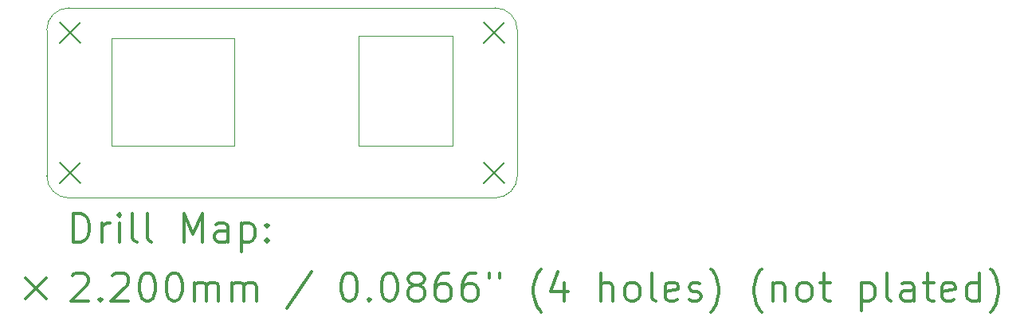
<source format=gbr>
%FSLAX45Y45*%
G04 Gerber Fmt 4.5, Leading zero omitted, Abs format (unit mm)*
G04 Created by KiCad (PCBNEW (5.1.10)-1) date 2022-01-19 22:44:34*
%MOMM*%
%LPD*%
G01*
G04 APERTURE LIST*
%TA.AperFunction,Profile*%
%ADD10C,0.050000*%
%TD*%
%ADD11C,0.200000*%
%ADD12C,0.300000*%
G04 APERTURE END LIST*
D10*
X16445000Y-10240000D02*
X16445000Y-9070000D01*
X17445000Y-10240000D02*
X16445000Y-10240000D01*
X17445000Y-9070000D02*
X17445000Y-10240000D01*
X16445000Y-9070000D02*
X17445000Y-9070000D01*
X13820000Y-10240000D02*
X13820000Y-9090000D01*
X15120000Y-10240000D02*
X13820000Y-10240000D01*
X15120000Y-9090000D02*
X15120000Y-10240000D01*
X13820000Y-9090000D02*
X15120000Y-9090000D01*
X13130000Y-10555000D02*
G75*
G03*
X13365000Y-10790000I235000J0D01*
G01*
X17895000Y-10790000D02*
G75*
G03*
X18130000Y-10555000I0J235000D01*
G01*
X18130000Y-9005000D02*
G75*
G03*
X17895000Y-8770000I-235000J0D01*
G01*
X13365000Y-8770000D02*
G75*
G03*
X13130000Y-9005000I0J-235000D01*
G01*
X18130000Y-9005000D02*
X18130000Y-10555000D01*
X13130000Y-9005000D02*
X13130000Y-10555000D01*
X13365000Y-10790000D02*
X17895000Y-10790000D01*
X13365000Y-8770000D02*
X17895000Y-8770000D01*
D11*
X13265000Y-8925000D02*
X13485000Y-9145000D01*
X13485000Y-8925000D02*
X13265000Y-9145000D01*
X13265000Y-10415000D02*
X13485000Y-10635000D01*
X13485000Y-10415000D02*
X13265000Y-10635000D01*
X17775000Y-8925000D02*
X17995000Y-9145000D01*
X17995000Y-8925000D02*
X17775000Y-9145000D01*
X17775000Y-10415000D02*
X17995000Y-10635000D01*
X17995000Y-10415000D02*
X17775000Y-10635000D01*
D12*
X13413928Y-11258214D02*
X13413928Y-10958214D01*
X13485357Y-10958214D01*
X13528214Y-10972500D01*
X13556786Y-11001072D01*
X13571071Y-11029643D01*
X13585357Y-11086786D01*
X13585357Y-11129643D01*
X13571071Y-11186786D01*
X13556786Y-11215357D01*
X13528214Y-11243929D01*
X13485357Y-11258214D01*
X13413928Y-11258214D01*
X13713928Y-11258214D02*
X13713928Y-11058214D01*
X13713928Y-11115357D02*
X13728214Y-11086786D01*
X13742500Y-11072500D01*
X13771071Y-11058214D01*
X13799643Y-11058214D01*
X13899643Y-11258214D02*
X13899643Y-11058214D01*
X13899643Y-10958214D02*
X13885357Y-10972500D01*
X13899643Y-10986786D01*
X13913928Y-10972500D01*
X13899643Y-10958214D01*
X13899643Y-10986786D01*
X14085357Y-11258214D02*
X14056786Y-11243929D01*
X14042500Y-11215357D01*
X14042500Y-10958214D01*
X14242500Y-11258214D02*
X14213928Y-11243929D01*
X14199643Y-11215357D01*
X14199643Y-10958214D01*
X14585357Y-11258214D02*
X14585357Y-10958214D01*
X14685357Y-11172500D01*
X14785357Y-10958214D01*
X14785357Y-11258214D01*
X15056786Y-11258214D02*
X15056786Y-11101072D01*
X15042500Y-11072500D01*
X15013928Y-11058214D01*
X14956786Y-11058214D01*
X14928214Y-11072500D01*
X15056786Y-11243929D02*
X15028214Y-11258214D01*
X14956786Y-11258214D01*
X14928214Y-11243929D01*
X14913928Y-11215357D01*
X14913928Y-11186786D01*
X14928214Y-11158214D01*
X14956786Y-11143929D01*
X15028214Y-11143929D01*
X15056786Y-11129643D01*
X15199643Y-11058214D02*
X15199643Y-11358214D01*
X15199643Y-11072500D02*
X15228214Y-11058214D01*
X15285357Y-11058214D01*
X15313928Y-11072500D01*
X15328214Y-11086786D01*
X15342500Y-11115357D01*
X15342500Y-11201071D01*
X15328214Y-11229643D01*
X15313928Y-11243929D01*
X15285357Y-11258214D01*
X15228214Y-11258214D01*
X15199643Y-11243929D01*
X15471071Y-11229643D02*
X15485357Y-11243929D01*
X15471071Y-11258214D01*
X15456786Y-11243929D01*
X15471071Y-11229643D01*
X15471071Y-11258214D01*
X15471071Y-11072500D02*
X15485357Y-11086786D01*
X15471071Y-11101072D01*
X15456786Y-11086786D01*
X15471071Y-11072500D01*
X15471071Y-11101072D01*
X12907500Y-11642500D02*
X13127500Y-11862500D01*
X13127500Y-11642500D02*
X12907500Y-11862500D01*
X13399643Y-11616786D02*
X13413928Y-11602500D01*
X13442500Y-11588214D01*
X13513928Y-11588214D01*
X13542500Y-11602500D01*
X13556786Y-11616786D01*
X13571071Y-11645357D01*
X13571071Y-11673929D01*
X13556786Y-11716786D01*
X13385357Y-11888214D01*
X13571071Y-11888214D01*
X13699643Y-11859643D02*
X13713928Y-11873929D01*
X13699643Y-11888214D01*
X13685357Y-11873929D01*
X13699643Y-11859643D01*
X13699643Y-11888214D01*
X13828214Y-11616786D02*
X13842500Y-11602500D01*
X13871071Y-11588214D01*
X13942500Y-11588214D01*
X13971071Y-11602500D01*
X13985357Y-11616786D01*
X13999643Y-11645357D01*
X13999643Y-11673929D01*
X13985357Y-11716786D01*
X13813928Y-11888214D01*
X13999643Y-11888214D01*
X14185357Y-11588214D02*
X14213928Y-11588214D01*
X14242500Y-11602500D01*
X14256786Y-11616786D01*
X14271071Y-11645357D01*
X14285357Y-11702500D01*
X14285357Y-11773929D01*
X14271071Y-11831071D01*
X14256786Y-11859643D01*
X14242500Y-11873929D01*
X14213928Y-11888214D01*
X14185357Y-11888214D01*
X14156786Y-11873929D01*
X14142500Y-11859643D01*
X14128214Y-11831071D01*
X14113928Y-11773929D01*
X14113928Y-11702500D01*
X14128214Y-11645357D01*
X14142500Y-11616786D01*
X14156786Y-11602500D01*
X14185357Y-11588214D01*
X14471071Y-11588214D02*
X14499643Y-11588214D01*
X14528214Y-11602500D01*
X14542500Y-11616786D01*
X14556786Y-11645357D01*
X14571071Y-11702500D01*
X14571071Y-11773929D01*
X14556786Y-11831071D01*
X14542500Y-11859643D01*
X14528214Y-11873929D01*
X14499643Y-11888214D01*
X14471071Y-11888214D01*
X14442500Y-11873929D01*
X14428214Y-11859643D01*
X14413928Y-11831071D01*
X14399643Y-11773929D01*
X14399643Y-11702500D01*
X14413928Y-11645357D01*
X14428214Y-11616786D01*
X14442500Y-11602500D01*
X14471071Y-11588214D01*
X14699643Y-11888214D02*
X14699643Y-11688214D01*
X14699643Y-11716786D02*
X14713928Y-11702500D01*
X14742500Y-11688214D01*
X14785357Y-11688214D01*
X14813928Y-11702500D01*
X14828214Y-11731071D01*
X14828214Y-11888214D01*
X14828214Y-11731071D02*
X14842500Y-11702500D01*
X14871071Y-11688214D01*
X14913928Y-11688214D01*
X14942500Y-11702500D01*
X14956786Y-11731071D01*
X14956786Y-11888214D01*
X15099643Y-11888214D02*
X15099643Y-11688214D01*
X15099643Y-11716786D02*
X15113928Y-11702500D01*
X15142500Y-11688214D01*
X15185357Y-11688214D01*
X15213928Y-11702500D01*
X15228214Y-11731071D01*
X15228214Y-11888214D01*
X15228214Y-11731071D02*
X15242500Y-11702500D01*
X15271071Y-11688214D01*
X15313928Y-11688214D01*
X15342500Y-11702500D01*
X15356786Y-11731071D01*
X15356786Y-11888214D01*
X15942500Y-11573929D02*
X15685357Y-11959643D01*
X16328214Y-11588214D02*
X16356786Y-11588214D01*
X16385357Y-11602500D01*
X16399643Y-11616786D01*
X16413928Y-11645357D01*
X16428214Y-11702500D01*
X16428214Y-11773929D01*
X16413928Y-11831071D01*
X16399643Y-11859643D01*
X16385357Y-11873929D01*
X16356786Y-11888214D01*
X16328214Y-11888214D01*
X16299643Y-11873929D01*
X16285357Y-11859643D01*
X16271071Y-11831071D01*
X16256786Y-11773929D01*
X16256786Y-11702500D01*
X16271071Y-11645357D01*
X16285357Y-11616786D01*
X16299643Y-11602500D01*
X16328214Y-11588214D01*
X16556786Y-11859643D02*
X16571071Y-11873929D01*
X16556786Y-11888214D01*
X16542500Y-11873929D01*
X16556786Y-11859643D01*
X16556786Y-11888214D01*
X16756786Y-11588214D02*
X16785357Y-11588214D01*
X16813928Y-11602500D01*
X16828214Y-11616786D01*
X16842500Y-11645357D01*
X16856786Y-11702500D01*
X16856786Y-11773929D01*
X16842500Y-11831071D01*
X16828214Y-11859643D01*
X16813928Y-11873929D01*
X16785357Y-11888214D01*
X16756786Y-11888214D01*
X16728214Y-11873929D01*
X16713928Y-11859643D01*
X16699643Y-11831071D01*
X16685357Y-11773929D01*
X16685357Y-11702500D01*
X16699643Y-11645357D01*
X16713928Y-11616786D01*
X16728214Y-11602500D01*
X16756786Y-11588214D01*
X17028214Y-11716786D02*
X16999643Y-11702500D01*
X16985357Y-11688214D01*
X16971071Y-11659643D01*
X16971071Y-11645357D01*
X16985357Y-11616786D01*
X16999643Y-11602500D01*
X17028214Y-11588214D01*
X17085357Y-11588214D01*
X17113928Y-11602500D01*
X17128214Y-11616786D01*
X17142500Y-11645357D01*
X17142500Y-11659643D01*
X17128214Y-11688214D01*
X17113928Y-11702500D01*
X17085357Y-11716786D01*
X17028214Y-11716786D01*
X16999643Y-11731071D01*
X16985357Y-11745357D01*
X16971071Y-11773929D01*
X16971071Y-11831071D01*
X16985357Y-11859643D01*
X16999643Y-11873929D01*
X17028214Y-11888214D01*
X17085357Y-11888214D01*
X17113928Y-11873929D01*
X17128214Y-11859643D01*
X17142500Y-11831071D01*
X17142500Y-11773929D01*
X17128214Y-11745357D01*
X17113928Y-11731071D01*
X17085357Y-11716786D01*
X17399643Y-11588214D02*
X17342500Y-11588214D01*
X17313928Y-11602500D01*
X17299643Y-11616786D01*
X17271071Y-11659643D01*
X17256786Y-11716786D01*
X17256786Y-11831071D01*
X17271071Y-11859643D01*
X17285357Y-11873929D01*
X17313928Y-11888214D01*
X17371071Y-11888214D01*
X17399643Y-11873929D01*
X17413928Y-11859643D01*
X17428214Y-11831071D01*
X17428214Y-11759643D01*
X17413928Y-11731071D01*
X17399643Y-11716786D01*
X17371071Y-11702500D01*
X17313928Y-11702500D01*
X17285357Y-11716786D01*
X17271071Y-11731071D01*
X17256786Y-11759643D01*
X17685357Y-11588214D02*
X17628214Y-11588214D01*
X17599643Y-11602500D01*
X17585357Y-11616786D01*
X17556786Y-11659643D01*
X17542500Y-11716786D01*
X17542500Y-11831071D01*
X17556786Y-11859643D01*
X17571071Y-11873929D01*
X17599643Y-11888214D01*
X17656786Y-11888214D01*
X17685357Y-11873929D01*
X17699643Y-11859643D01*
X17713928Y-11831071D01*
X17713928Y-11759643D01*
X17699643Y-11731071D01*
X17685357Y-11716786D01*
X17656786Y-11702500D01*
X17599643Y-11702500D01*
X17571071Y-11716786D01*
X17556786Y-11731071D01*
X17542500Y-11759643D01*
X17828214Y-11588214D02*
X17828214Y-11645357D01*
X17942500Y-11588214D02*
X17942500Y-11645357D01*
X18385357Y-12002500D02*
X18371071Y-11988214D01*
X18342500Y-11945357D01*
X18328214Y-11916786D01*
X18313928Y-11873929D01*
X18299643Y-11802500D01*
X18299643Y-11745357D01*
X18313928Y-11673929D01*
X18328214Y-11631071D01*
X18342500Y-11602500D01*
X18371071Y-11559643D01*
X18385357Y-11545357D01*
X18628214Y-11688214D02*
X18628214Y-11888214D01*
X18556786Y-11573929D02*
X18485357Y-11788214D01*
X18671071Y-11788214D01*
X19013928Y-11888214D02*
X19013928Y-11588214D01*
X19142500Y-11888214D02*
X19142500Y-11731071D01*
X19128214Y-11702500D01*
X19099643Y-11688214D01*
X19056786Y-11688214D01*
X19028214Y-11702500D01*
X19013928Y-11716786D01*
X19328214Y-11888214D02*
X19299643Y-11873929D01*
X19285357Y-11859643D01*
X19271071Y-11831071D01*
X19271071Y-11745357D01*
X19285357Y-11716786D01*
X19299643Y-11702500D01*
X19328214Y-11688214D01*
X19371071Y-11688214D01*
X19399643Y-11702500D01*
X19413928Y-11716786D01*
X19428214Y-11745357D01*
X19428214Y-11831071D01*
X19413928Y-11859643D01*
X19399643Y-11873929D01*
X19371071Y-11888214D01*
X19328214Y-11888214D01*
X19599643Y-11888214D02*
X19571071Y-11873929D01*
X19556786Y-11845357D01*
X19556786Y-11588214D01*
X19828214Y-11873929D02*
X19799643Y-11888214D01*
X19742500Y-11888214D01*
X19713928Y-11873929D01*
X19699643Y-11845357D01*
X19699643Y-11731071D01*
X19713928Y-11702500D01*
X19742500Y-11688214D01*
X19799643Y-11688214D01*
X19828214Y-11702500D01*
X19842500Y-11731071D01*
X19842500Y-11759643D01*
X19699643Y-11788214D01*
X19956786Y-11873929D02*
X19985357Y-11888214D01*
X20042500Y-11888214D01*
X20071071Y-11873929D01*
X20085357Y-11845357D01*
X20085357Y-11831071D01*
X20071071Y-11802500D01*
X20042500Y-11788214D01*
X19999643Y-11788214D01*
X19971071Y-11773929D01*
X19956786Y-11745357D01*
X19956786Y-11731071D01*
X19971071Y-11702500D01*
X19999643Y-11688214D01*
X20042500Y-11688214D01*
X20071071Y-11702500D01*
X20185357Y-12002500D02*
X20199643Y-11988214D01*
X20228214Y-11945357D01*
X20242500Y-11916786D01*
X20256786Y-11873929D01*
X20271071Y-11802500D01*
X20271071Y-11745357D01*
X20256786Y-11673929D01*
X20242500Y-11631071D01*
X20228214Y-11602500D01*
X20199643Y-11559643D01*
X20185357Y-11545357D01*
X20728214Y-12002500D02*
X20713928Y-11988214D01*
X20685357Y-11945357D01*
X20671071Y-11916786D01*
X20656786Y-11873929D01*
X20642500Y-11802500D01*
X20642500Y-11745357D01*
X20656786Y-11673929D01*
X20671071Y-11631071D01*
X20685357Y-11602500D01*
X20713928Y-11559643D01*
X20728214Y-11545357D01*
X20842500Y-11688214D02*
X20842500Y-11888214D01*
X20842500Y-11716786D02*
X20856786Y-11702500D01*
X20885357Y-11688214D01*
X20928214Y-11688214D01*
X20956786Y-11702500D01*
X20971071Y-11731071D01*
X20971071Y-11888214D01*
X21156786Y-11888214D02*
X21128214Y-11873929D01*
X21113928Y-11859643D01*
X21099643Y-11831071D01*
X21099643Y-11745357D01*
X21113928Y-11716786D01*
X21128214Y-11702500D01*
X21156786Y-11688214D01*
X21199643Y-11688214D01*
X21228214Y-11702500D01*
X21242500Y-11716786D01*
X21256786Y-11745357D01*
X21256786Y-11831071D01*
X21242500Y-11859643D01*
X21228214Y-11873929D01*
X21199643Y-11888214D01*
X21156786Y-11888214D01*
X21342500Y-11688214D02*
X21456786Y-11688214D01*
X21385357Y-11588214D02*
X21385357Y-11845357D01*
X21399643Y-11873929D01*
X21428214Y-11888214D01*
X21456786Y-11888214D01*
X21785357Y-11688214D02*
X21785357Y-11988214D01*
X21785357Y-11702500D02*
X21813928Y-11688214D01*
X21871071Y-11688214D01*
X21899643Y-11702500D01*
X21913928Y-11716786D01*
X21928214Y-11745357D01*
X21928214Y-11831071D01*
X21913928Y-11859643D01*
X21899643Y-11873929D01*
X21871071Y-11888214D01*
X21813928Y-11888214D01*
X21785357Y-11873929D01*
X22099643Y-11888214D02*
X22071071Y-11873929D01*
X22056786Y-11845357D01*
X22056786Y-11588214D01*
X22342500Y-11888214D02*
X22342500Y-11731071D01*
X22328214Y-11702500D01*
X22299643Y-11688214D01*
X22242500Y-11688214D01*
X22213928Y-11702500D01*
X22342500Y-11873929D02*
X22313928Y-11888214D01*
X22242500Y-11888214D01*
X22213928Y-11873929D01*
X22199643Y-11845357D01*
X22199643Y-11816786D01*
X22213928Y-11788214D01*
X22242500Y-11773929D01*
X22313928Y-11773929D01*
X22342500Y-11759643D01*
X22442500Y-11688214D02*
X22556786Y-11688214D01*
X22485357Y-11588214D02*
X22485357Y-11845357D01*
X22499643Y-11873929D01*
X22528214Y-11888214D01*
X22556786Y-11888214D01*
X22771071Y-11873929D02*
X22742500Y-11888214D01*
X22685357Y-11888214D01*
X22656786Y-11873929D01*
X22642500Y-11845357D01*
X22642500Y-11731071D01*
X22656786Y-11702500D01*
X22685357Y-11688214D01*
X22742500Y-11688214D01*
X22771071Y-11702500D01*
X22785357Y-11731071D01*
X22785357Y-11759643D01*
X22642500Y-11788214D01*
X23042500Y-11888214D02*
X23042500Y-11588214D01*
X23042500Y-11873929D02*
X23013928Y-11888214D01*
X22956786Y-11888214D01*
X22928214Y-11873929D01*
X22913928Y-11859643D01*
X22899643Y-11831071D01*
X22899643Y-11745357D01*
X22913928Y-11716786D01*
X22928214Y-11702500D01*
X22956786Y-11688214D01*
X23013928Y-11688214D01*
X23042500Y-11702500D01*
X23156786Y-12002500D02*
X23171071Y-11988214D01*
X23199643Y-11945357D01*
X23213928Y-11916786D01*
X23228214Y-11873929D01*
X23242500Y-11802500D01*
X23242500Y-11745357D01*
X23228214Y-11673929D01*
X23213928Y-11631071D01*
X23199643Y-11602500D01*
X23171071Y-11559643D01*
X23156786Y-11545357D01*
M02*

</source>
